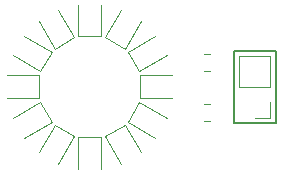
<source format=gbr>
G04 #@! TF.GenerationSoftware,KiCad,Pcbnew,5.0.2-bee76a0~70~ubuntu18.04.1*
G04 #@! TF.CreationDate,2020-10-21T16:40:24-07:00*
G04 #@! TF.ProjectId,led_ring,6c65645f-7269-46e6-972e-6b696361645f,rev?*
G04 #@! TF.SameCoordinates,Original*
G04 #@! TF.FileFunction,Legend,Top*
G04 #@! TF.FilePolarity,Positive*
%FSLAX46Y46*%
G04 Gerber Fmt 4.6, Leading zero omitted, Abs format (unit mm)*
G04 Created by KiCad (PCBNEW 5.0.2-bee76a0~70~ubuntu18.04.1) date Wed 21 Oct 2020 04:40:24 PM PDT*
%MOMM*%
%LPD*%
G01*
G04 APERTURE LIST*
%ADD10C,0.200000*%
%ADD11C,0.120000*%
G04 APERTURE END LIST*
D10*
X66548000Y-47752000D02*
X62992000Y-47752000D01*
X66548000Y-53848000D02*
X66548000Y-47752000D01*
X62992000Y-53848000D02*
X66548000Y-53848000D01*
X62992000Y-47752000D02*
X62992000Y-53848000D01*
D11*
G04 #@! TO.C,J1*
X66100000Y-48200000D02*
X63440000Y-48200000D01*
X66100000Y-50800000D02*
X66100000Y-48200000D01*
X63440000Y-50800000D02*
X63440000Y-48200000D01*
X66100000Y-50800000D02*
X63440000Y-50800000D01*
X66100000Y-52070000D02*
X66100000Y-53400000D01*
X66100000Y-53400000D02*
X64770000Y-53400000D01*
G04 #@! TO.C,R1*
X60964578Y-53669000D02*
X60447422Y-53669000D01*
X60964578Y-52249000D02*
X60447422Y-52249000D01*
G04 #@! TO.C,R2*
X60964578Y-48058000D02*
X60447422Y-48058000D01*
X60964578Y-49478000D02*
X60447422Y-49478000D01*
G04 #@! TO.C,D1*
X57769000Y-49840000D02*
X55084000Y-49840000D01*
X55084000Y-49840000D02*
X55084000Y-51760000D01*
X55084000Y-51760000D02*
X57769000Y-51760000D01*
G04 #@! TO.C,D2*
X54990047Y-49489384D02*
X57315325Y-48146884D01*
X54030047Y-47826616D02*
X54990047Y-49489384D01*
X56355325Y-46484116D02*
X54030047Y-47826616D01*
G04 #@! TO.C,D3*
X53453116Y-44284675D02*
X52110616Y-46609953D01*
X52110616Y-46609953D02*
X53773384Y-47569953D01*
X53773384Y-47569953D02*
X55115884Y-45244675D01*
G04 #@! TO.C,D4*
X51760000Y-46516000D02*
X51760000Y-43831000D01*
X49840000Y-46516000D02*
X51760000Y-46516000D01*
X49840000Y-43831000D02*
X49840000Y-46516000D01*
G04 #@! TO.C,D5*
X46484116Y-45244675D02*
X47826616Y-47569953D01*
X47826616Y-47569953D02*
X49489384Y-46609953D01*
X49489384Y-46609953D02*
X48146884Y-44284675D01*
G04 #@! TO.C,D6*
X47569953Y-47826616D02*
X45244675Y-46484116D01*
X46609953Y-49489384D02*
X47569953Y-47826616D01*
X44284675Y-48146884D02*
X46609953Y-49489384D01*
G04 #@! TO.C,D7*
X43831000Y-51760000D02*
X46516000Y-51760000D01*
X46516000Y-51760000D02*
X46516000Y-49840000D01*
X46516000Y-49840000D02*
X43831000Y-49840000D01*
G04 #@! TO.C,D8*
X46609953Y-52110616D02*
X44284675Y-53453116D01*
X47569953Y-53773384D02*
X46609953Y-52110616D01*
X45244675Y-55115884D02*
X47569953Y-53773384D01*
G04 #@! TO.C,D9*
X48146884Y-57315325D02*
X49489384Y-54990047D01*
X49489384Y-54990047D02*
X47826616Y-54030047D01*
X47826616Y-54030047D02*
X46484116Y-56355325D01*
G04 #@! TO.C,D10*
X49840000Y-55084000D02*
X49840000Y-57769000D01*
X51760000Y-55084000D02*
X49840000Y-55084000D01*
X51760000Y-57769000D02*
X51760000Y-55084000D01*
G04 #@! TO.C,D11*
X55115884Y-56355325D02*
X53773384Y-54030047D01*
X53773384Y-54030047D02*
X52110616Y-54990047D01*
X52110616Y-54990047D02*
X53453116Y-57315325D01*
G04 #@! TO.C,D12*
X54030047Y-53773384D02*
X56355325Y-55115884D01*
X54990047Y-52110616D02*
X54030047Y-53773384D01*
X57315325Y-53453116D02*
X54990047Y-52110616D01*
G04 #@! TD*
M02*

</source>
